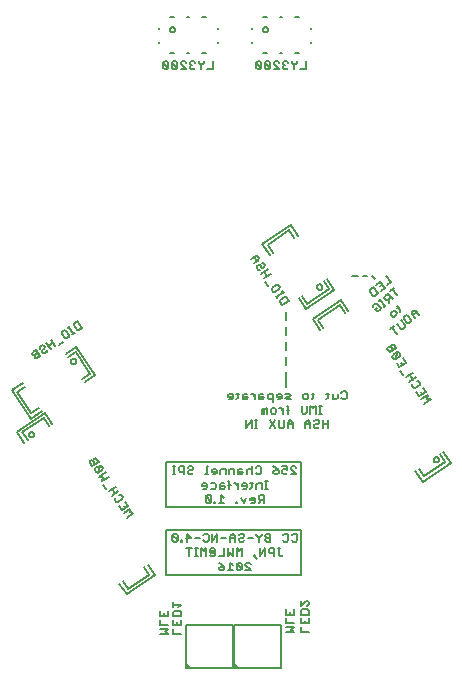
<source format=gbo>
G75*
%MOIN*%
%OFA0B0*%
%FSLAX24Y24*%
%IPPOS*%
%LPD*%
%AMOC8*
5,1,8,0,0,1.08239X$1,22.5*
%
%ADD10C,0.0060*%
%ADD11C,0.0080*%
%ADD12C,0.0050*%
D10*
X009657Y011289D02*
X009560Y011433D01*
X009528Y011558D02*
X009468Y011569D01*
X009419Y011641D01*
X009431Y011701D01*
X009327Y011778D02*
X009543Y011923D01*
X009575Y011798D02*
X009635Y011787D01*
X009683Y011715D01*
X009672Y011655D01*
X009528Y011558D01*
X009716Y011434D02*
X009764Y011362D01*
X009657Y011289D02*
X009872Y011435D01*
X009775Y011578D01*
X009940Y011334D02*
X009724Y011189D01*
X009821Y011045D02*
X010037Y011190D01*
X009917Y011214D01*
X009940Y011334D01*
X009435Y011850D02*
X009338Y011994D01*
X009230Y011922D02*
X009446Y012067D01*
X009126Y011998D02*
X009029Y012142D01*
X008997Y012266D02*
X009021Y012387D01*
X008900Y012410D01*
X009116Y012556D01*
X009012Y012632D02*
X009024Y012692D01*
X008976Y012764D01*
X008915Y012776D01*
X008869Y012535D01*
X008808Y012546D01*
X008760Y012618D01*
X008772Y012679D01*
X008915Y012776D01*
X008884Y012900D02*
X008811Y013008D01*
X008751Y013020D01*
X008715Y012996D01*
X008703Y012935D01*
X008776Y012828D01*
X008884Y012900D02*
X008668Y012755D01*
X008595Y012863D01*
X008607Y012923D01*
X008643Y012947D01*
X008703Y012935D01*
X009012Y012632D02*
X008869Y012535D01*
X008997Y012266D02*
X009213Y012412D01*
X011358Y012490D02*
X011445Y012490D01*
X011401Y012490D02*
X011401Y012750D01*
X011358Y012750D02*
X011445Y012750D01*
X011566Y012707D02*
X011566Y012620D01*
X011609Y012577D01*
X011739Y012577D01*
X011739Y012490D02*
X011739Y012750D01*
X011609Y012750D01*
X011566Y012707D01*
X011861Y012707D02*
X011904Y012750D01*
X011991Y012750D01*
X012034Y012707D01*
X012034Y012663D01*
X011991Y012620D01*
X011904Y012620D01*
X011861Y012577D01*
X011861Y012533D01*
X011904Y012490D01*
X011991Y012490D01*
X012034Y012533D01*
X012438Y012490D02*
X012525Y012490D01*
X012482Y012490D02*
X012482Y012750D01*
X012525Y012750D01*
X012646Y012620D02*
X012646Y012577D01*
X012820Y012577D01*
X012820Y012620D02*
X012776Y012663D01*
X012690Y012663D01*
X012646Y012620D01*
X012690Y012490D02*
X012776Y012490D01*
X012820Y012533D01*
X012820Y012620D01*
X012941Y012620D02*
X012941Y012490D01*
X012941Y012620D02*
X012984Y012663D01*
X013114Y012663D01*
X013114Y012490D01*
X013236Y012490D02*
X013236Y012620D01*
X013279Y012663D01*
X013409Y012663D01*
X013409Y012490D01*
X013530Y012490D02*
X013660Y012490D01*
X013704Y012533D01*
X013660Y012577D01*
X013530Y012577D01*
X013530Y012620D02*
X013530Y012490D01*
X013530Y012620D02*
X013574Y012663D01*
X013660Y012663D01*
X013825Y012620D02*
X013825Y012490D01*
X013825Y012620D02*
X013868Y012663D01*
X013955Y012663D01*
X013998Y012620D01*
X013998Y012750D02*
X013998Y012490D01*
X014120Y012533D02*
X014163Y012490D01*
X014250Y012490D01*
X014293Y012533D01*
X014293Y012707D01*
X014250Y012750D01*
X014163Y012750D01*
X014120Y012707D01*
X013980Y012227D02*
X013980Y012053D01*
X013936Y012010D01*
X013827Y012053D02*
X013827Y012140D01*
X013783Y012183D01*
X013696Y012183D01*
X013653Y012140D01*
X013653Y012097D01*
X013827Y012097D01*
X013827Y012053D02*
X013783Y012010D01*
X013696Y012010D01*
X013532Y012010D02*
X013532Y012183D01*
X013532Y012097D02*
X013445Y012183D01*
X013402Y012183D01*
X013286Y012140D02*
X013200Y012140D01*
X013243Y012227D02*
X013200Y012270D01*
X013243Y012227D02*
X013243Y012010D01*
X013090Y012053D02*
X013047Y012097D01*
X012916Y012097D01*
X012916Y012140D02*
X012916Y012010D01*
X013047Y012010D01*
X013090Y012053D01*
X013047Y012183D02*
X012960Y012183D01*
X012916Y012140D01*
X012795Y012140D02*
X012795Y012053D01*
X012752Y012010D01*
X012622Y012010D01*
X012501Y012053D02*
X012501Y012140D01*
X012457Y012183D01*
X012370Y012183D01*
X012327Y012140D01*
X012327Y012097D01*
X012501Y012097D01*
X012501Y012053D02*
X012457Y012010D01*
X012370Y012010D01*
X012493Y011790D02*
X012450Y011747D01*
X012623Y011573D01*
X012580Y011530D01*
X012493Y011530D01*
X012450Y011573D01*
X012450Y011747D01*
X012493Y011790D02*
X012580Y011790D01*
X012623Y011747D01*
X012623Y011573D01*
X012727Y011573D02*
X012727Y011530D01*
X012771Y011530D01*
X012771Y011573D01*
X012727Y011573D01*
X012892Y011530D02*
X013065Y011530D01*
X012979Y011530D02*
X012979Y011790D01*
X013065Y011703D01*
X013464Y011573D02*
X013464Y011530D01*
X013507Y011530D01*
X013507Y011573D01*
X013464Y011573D01*
X013628Y011703D02*
X013715Y011530D01*
X013802Y011703D01*
X013923Y011660D02*
X013923Y011617D01*
X014097Y011617D01*
X014097Y011660D02*
X014053Y011703D01*
X013967Y011703D01*
X013923Y011660D01*
X013967Y011530D02*
X014053Y011530D01*
X014097Y011573D01*
X014097Y011660D01*
X014218Y011660D02*
X014261Y011617D01*
X014391Y011617D01*
X014305Y011617D02*
X014218Y011530D01*
X014218Y011660D02*
X014218Y011747D01*
X014261Y011790D01*
X014391Y011790D01*
X014391Y011530D01*
X014427Y012010D02*
X014514Y012010D01*
X014471Y012010D02*
X014471Y012270D01*
X014514Y012270D02*
X014427Y012270D01*
X014318Y012183D02*
X014188Y012183D01*
X014144Y012140D01*
X014144Y012010D01*
X014318Y012010D02*
X014318Y012183D01*
X014023Y012183D02*
X013936Y012183D01*
X014709Y012533D02*
X014709Y012577D01*
X014752Y012620D01*
X014882Y012620D01*
X014882Y012533D01*
X014839Y012490D01*
X014752Y012490D01*
X014709Y012533D01*
X014882Y012620D02*
X014796Y012707D01*
X014709Y012750D01*
X015004Y012750D02*
X015177Y012750D01*
X015177Y012620D01*
X015090Y012663D01*
X015047Y012663D01*
X015004Y012620D01*
X015004Y012533D01*
X015047Y012490D01*
X015134Y012490D01*
X015177Y012533D01*
X015298Y012490D02*
X015472Y012490D01*
X015298Y012663D01*
X015298Y012707D01*
X015342Y012750D01*
X015428Y012750D01*
X015472Y012707D01*
X015356Y014030D02*
X015356Y014203D01*
X015269Y014290D01*
X015182Y014203D01*
X015182Y014030D01*
X015061Y014073D02*
X015018Y014030D01*
X014931Y014030D01*
X014887Y014073D01*
X014887Y014290D01*
X014766Y014290D02*
X014593Y014030D01*
X014766Y014030D02*
X014593Y014290D01*
X014661Y014510D02*
X014617Y014553D01*
X014617Y014640D01*
X014661Y014683D01*
X014747Y014683D01*
X014791Y014640D01*
X014791Y014553D01*
X014747Y014510D01*
X014661Y014510D01*
X014496Y014510D02*
X014496Y014683D01*
X014453Y014683D01*
X014409Y014640D01*
X014366Y014683D01*
X014323Y014640D01*
X014323Y014510D01*
X014409Y014510D02*
X014409Y014640D01*
X014355Y014990D02*
X014398Y015033D01*
X014355Y015077D01*
X014224Y015077D01*
X014224Y015120D02*
X014224Y014990D01*
X014355Y014990D01*
X014519Y015033D02*
X014562Y014990D01*
X014693Y014990D01*
X014693Y014903D02*
X014693Y015163D01*
X014562Y015163D01*
X014519Y015120D01*
X014519Y015033D01*
X014355Y015163D02*
X014268Y015163D01*
X014224Y015120D01*
X014103Y015077D02*
X014017Y015163D01*
X013973Y015163D01*
X014103Y015163D02*
X014103Y014990D01*
X013858Y015033D02*
X013814Y015077D01*
X013684Y015077D01*
X013684Y015120D02*
X013684Y014990D01*
X013814Y014990D01*
X013858Y015033D01*
X013814Y015163D02*
X013728Y015163D01*
X013684Y015120D01*
X013563Y015163D02*
X013476Y015163D01*
X013520Y015207D02*
X013520Y015033D01*
X013476Y014990D01*
X013367Y015033D02*
X013367Y015120D01*
X013323Y015163D01*
X013237Y015163D01*
X013193Y015120D01*
X013193Y015077D01*
X013367Y015077D01*
X013367Y015033D02*
X013323Y014990D01*
X013237Y014990D01*
X013807Y014290D02*
X013807Y014030D01*
X013980Y014290D01*
X013980Y014030D01*
X014090Y014030D02*
X014177Y014030D01*
X014134Y014030D02*
X014134Y014290D01*
X014177Y014290D02*
X014090Y014290D01*
X014906Y014683D02*
X014950Y014683D01*
X015036Y014597D01*
X015036Y014683D02*
X015036Y014510D01*
X015189Y014510D02*
X015189Y014727D01*
X015146Y014770D01*
X015146Y014640D02*
X015233Y014640D01*
X015282Y014990D02*
X015152Y014990D01*
X015108Y015033D01*
X015152Y015077D01*
X015239Y015077D01*
X015282Y015120D01*
X015239Y015163D01*
X015108Y015163D01*
X014987Y015120D02*
X014944Y015163D01*
X014857Y015163D01*
X014814Y015120D01*
X014814Y015077D01*
X014987Y015077D01*
X014987Y015120D02*
X014987Y015033D01*
X014944Y014990D01*
X014857Y014990D01*
X015061Y014290D02*
X015061Y014073D01*
X015182Y014160D02*
X015356Y014160D01*
X015771Y014160D02*
X015945Y014160D01*
X015945Y014203D02*
X015858Y014290D01*
X015771Y014203D01*
X015771Y014030D01*
X015945Y014030D02*
X015945Y014203D01*
X016066Y014247D02*
X016109Y014290D01*
X016196Y014290D01*
X016239Y014247D01*
X016239Y014203D01*
X016196Y014160D01*
X016109Y014160D01*
X016066Y014117D01*
X016066Y014073D01*
X016109Y014030D01*
X016196Y014030D01*
X016239Y014073D01*
X016361Y014030D02*
X016361Y014290D01*
X016361Y014160D02*
X016534Y014160D01*
X016534Y014030D02*
X016534Y014290D01*
X016313Y014510D02*
X016226Y014510D01*
X016270Y014510D02*
X016270Y014770D01*
X016313Y014770D02*
X016226Y014770D01*
X016117Y014770D02*
X016030Y014683D01*
X015943Y014770D01*
X015943Y014510D01*
X015822Y014553D02*
X015779Y014510D01*
X015692Y014510D01*
X015649Y014553D01*
X015649Y014770D01*
X015822Y014770D02*
X015822Y014553D01*
X016117Y014510D02*
X016117Y014770D01*
X015981Y014990D02*
X016024Y015033D01*
X016024Y015207D01*
X015981Y015163D02*
X016068Y015163D01*
X015871Y015120D02*
X015871Y015033D01*
X015828Y014990D01*
X015741Y014990D01*
X015698Y015033D01*
X015698Y015120D01*
X015741Y015163D01*
X015828Y015163D01*
X015871Y015120D01*
X016472Y015163D02*
X016559Y015163D01*
X016515Y015207D02*
X016515Y015033D01*
X016472Y014990D01*
X016680Y014990D02*
X016680Y015163D01*
X016680Y014990D02*
X016810Y014990D01*
X016853Y015033D01*
X016853Y015163D01*
X016975Y015207D02*
X017018Y015250D01*
X017105Y015250D01*
X017148Y015207D01*
X017148Y015033D01*
X017105Y014990D01*
X017018Y014990D01*
X016975Y015033D01*
X018723Y016339D02*
X018783Y016327D01*
X018830Y016568D01*
X018686Y016471D01*
X018674Y016411D01*
X018723Y016339D01*
X018783Y016327D02*
X018927Y016424D01*
X018938Y016484D01*
X018890Y016556D01*
X018830Y016568D01*
X018798Y016693D02*
X018725Y016801D01*
X018665Y016812D01*
X018629Y016788D01*
X018617Y016728D01*
X018690Y016620D01*
X018617Y016728D02*
X018557Y016739D01*
X018521Y016715D01*
X018509Y016655D01*
X018582Y016547D01*
X018798Y016693D01*
X019030Y016348D02*
X019127Y016204D01*
X018912Y016059D01*
X018815Y016202D01*
X018971Y016203D02*
X019020Y016131D01*
X018944Y015934D02*
X019041Y015790D01*
X019144Y015714D02*
X019360Y015859D01*
X019252Y015787D02*
X019349Y015643D01*
X019241Y015570D02*
X019457Y015716D01*
X019489Y015591D02*
X019549Y015579D01*
X019598Y015507D01*
X019586Y015447D01*
X019442Y015350D01*
X019382Y015362D01*
X019333Y015434D01*
X019345Y015494D01*
X019474Y015225D02*
X019571Y015081D01*
X019787Y015227D01*
X019690Y015371D01*
X019630Y015226D02*
X019679Y015154D01*
X019854Y015127D02*
X019639Y014981D01*
X019736Y014837D02*
X019951Y014983D01*
X019831Y015006D01*
X019854Y015127D01*
X018821Y017174D02*
X018654Y017374D01*
X018720Y017430D02*
X018588Y017318D01*
X018813Y017507D02*
X018953Y017341D01*
X019014Y017336D01*
X019080Y017392D01*
X019086Y017453D01*
X018946Y017619D01*
X019067Y017664D02*
X019072Y017725D01*
X019139Y017780D01*
X019200Y017775D01*
X019311Y017642D01*
X019306Y017581D01*
X019239Y017525D01*
X019178Y017531D01*
X019067Y017664D01*
X018927Y017889D02*
X018932Y017950D01*
X018820Y018083D01*
X018881Y018078D02*
X018815Y018022D01*
X018759Y017919D02*
X018815Y017852D01*
X018809Y017791D01*
X018743Y017735D01*
X018682Y017741D01*
X018626Y017807D01*
X018631Y017868D01*
X018698Y017924D01*
X018759Y017919D01*
X018552Y018201D02*
X018562Y018323D01*
X018529Y018296D02*
X018629Y018379D01*
X018684Y018313D02*
X018517Y018512D01*
X018417Y018429D01*
X018412Y018367D01*
X018468Y018301D01*
X018529Y018296D01*
X018459Y018123D02*
X018392Y018068D01*
X018425Y018096D02*
X018258Y018295D01*
X018291Y018323D02*
X018225Y018267D01*
X018169Y018163D02*
X018280Y018030D01*
X018275Y017969D01*
X018209Y017914D01*
X018147Y017919D01*
X018092Y017985D01*
X018158Y018041D01*
X018036Y018052D02*
X018041Y018113D01*
X018108Y018169D01*
X018169Y018163D01*
X018088Y018439D02*
X018027Y018444D01*
X017915Y018577D01*
X017921Y018638D01*
X018021Y018722D01*
X018188Y018523D01*
X018088Y018439D01*
X018281Y018601D02*
X018413Y018712D01*
X018246Y018911D01*
X018113Y018800D01*
X018263Y018756D02*
X018330Y018812D01*
X018506Y018790D02*
X018639Y018901D01*
X018472Y019101D01*
X018743Y018702D02*
X018610Y018590D01*
X018676Y018646D02*
X018844Y018446D01*
X019331Y017942D02*
X019320Y017820D01*
X019432Y017687D01*
X019348Y017787D02*
X019481Y017898D01*
X019453Y017931D02*
X019331Y017942D01*
X019453Y017931D02*
X019565Y017798D01*
X015217Y018274D02*
X015145Y018382D01*
X015084Y018394D01*
X014940Y018297D01*
X014929Y018237D01*
X015002Y018129D01*
X015217Y018274D01*
X015053Y018519D02*
X015004Y018590D01*
X015028Y018555D02*
X014813Y018409D01*
X014837Y018373D02*
X014788Y018445D01*
X014763Y018560D02*
X014703Y018572D01*
X014654Y018644D01*
X014666Y018704D01*
X014810Y018801D01*
X014870Y018789D01*
X014918Y018717D01*
X014907Y018657D01*
X014763Y018560D01*
X014526Y018756D02*
X014429Y018900D01*
X014397Y019024D02*
X014613Y019170D01*
X014505Y019097D02*
X014408Y019241D01*
X014376Y019366D02*
X014316Y019377D01*
X014268Y019449D01*
X014208Y019461D01*
X014172Y019437D01*
X014160Y019377D01*
X014208Y019305D01*
X014269Y019293D01*
X014300Y019168D02*
X014516Y019314D01*
X014412Y019390D02*
X014376Y019366D01*
X014412Y019390D02*
X014424Y019450D01*
X014376Y019522D01*
X014315Y019534D01*
X014212Y019610D02*
X014235Y019730D01*
X014115Y019754D01*
X013971Y019657D01*
X014079Y019730D02*
X014176Y019586D01*
X014212Y019610D02*
X014068Y019513D01*
X014181Y025990D02*
X014268Y025990D01*
X014311Y026033D01*
X014138Y026206D01*
X014138Y026033D01*
X014181Y025990D01*
X014311Y026033D02*
X014311Y026206D01*
X014268Y026250D01*
X014181Y026250D01*
X014138Y026206D01*
X014432Y026206D02*
X014432Y026033D01*
X014476Y025990D01*
X014562Y025990D01*
X014606Y026033D01*
X014432Y026206D01*
X014476Y026250D01*
X014562Y026250D01*
X014606Y026206D01*
X014606Y026033D01*
X014727Y025990D02*
X014900Y025990D01*
X014727Y026163D01*
X014727Y026206D01*
X014770Y026250D01*
X014857Y026250D01*
X014900Y026206D01*
X015022Y026206D02*
X015022Y026163D01*
X015065Y026120D01*
X015022Y026076D01*
X015022Y026033D01*
X015065Y025990D01*
X015152Y025990D01*
X015195Y026033D01*
X015108Y026120D02*
X015065Y026120D01*
X015022Y026206D02*
X015065Y026250D01*
X015152Y026250D01*
X015195Y026206D01*
X015316Y026206D02*
X015316Y026250D01*
X015316Y026206D02*
X015403Y026120D01*
X015403Y025990D01*
X015403Y026120D02*
X015490Y026206D01*
X015490Y026250D01*
X015611Y025990D02*
X015784Y025990D01*
X015784Y026250D01*
X012684Y026250D02*
X012684Y025990D01*
X012511Y025990D01*
X012303Y025990D02*
X012303Y026120D01*
X012216Y026206D01*
X012216Y026250D01*
X012095Y026206D02*
X012052Y026250D01*
X011965Y026250D01*
X011922Y026206D01*
X011922Y026163D01*
X011965Y026120D01*
X011922Y026076D01*
X011922Y026033D01*
X011965Y025990D01*
X012052Y025990D01*
X012095Y026033D01*
X012008Y026120D02*
X011965Y026120D01*
X011800Y026206D02*
X011757Y026250D01*
X011670Y026250D01*
X011627Y026206D01*
X011627Y026163D01*
X011800Y025990D01*
X011627Y025990D01*
X011506Y026033D02*
X011332Y026206D01*
X011332Y026033D01*
X011376Y025990D01*
X011462Y025990D01*
X011506Y026033D01*
X011506Y026206D01*
X011462Y026250D01*
X011376Y026250D01*
X011332Y026206D01*
X011211Y026206D02*
X011211Y026033D01*
X011038Y026206D01*
X011038Y026033D01*
X011081Y025990D01*
X011168Y025990D01*
X011211Y026033D01*
X011211Y026206D02*
X011168Y026250D01*
X011081Y026250D01*
X011038Y026206D01*
X012303Y026120D02*
X012390Y026206D01*
X012390Y026250D01*
X008179Y017579D02*
X008071Y017506D01*
X008060Y017446D01*
X008157Y017302D01*
X008217Y017291D01*
X008325Y017363D01*
X008179Y017579D01*
X007935Y017414D02*
X007863Y017366D01*
X007899Y017390D02*
X008044Y017174D01*
X008009Y017150D02*
X008080Y017199D01*
X007893Y017125D02*
X007882Y017065D01*
X007810Y017016D01*
X007750Y017028D01*
X007653Y017172D01*
X007664Y017232D01*
X007736Y017280D01*
X007796Y017269D01*
X007893Y017125D01*
X007698Y016888D02*
X007554Y016791D01*
X007429Y016759D02*
X007284Y016975D01*
X007356Y016867D02*
X007212Y016770D01*
X007088Y016738D02*
X007076Y016678D01*
X007004Y016630D01*
X006992Y016569D01*
X007017Y016533D01*
X007077Y016522D01*
X007149Y016570D01*
X007161Y016630D01*
X007285Y016662D02*
X007140Y016878D01*
X007064Y016774D02*
X007088Y016738D01*
X007064Y016774D02*
X007003Y016786D01*
X006931Y016737D01*
X006920Y016677D01*
X006795Y016645D02*
X006687Y016573D01*
X006675Y016512D01*
X006700Y016477D01*
X006760Y016465D01*
X006868Y016538D01*
X006940Y016430D02*
X006795Y016645D01*
X006760Y016465D02*
X006748Y016405D01*
X006772Y016369D01*
X006833Y016357D01*
X006940Y016430D01*
X011388Y010500D02*
X011345Y010457D01*
X011518Y010283D01*
X011475Y010240D01*
X011388Y010240D01*
X011345Y010283D01*
X011345Y010457D01*
X011388Y010500D02*
X011475Y010500D01*
X011518Y010457D01*
X011518Y010283D01*
X011622Y010283D02*
X011622Y010240D01*
X011666Y010240D01*
X011666Y010283D01*
X011622Y010283D01*
X011787Y010370D02*
X011960Y010370D01*
X011830Y010500D01*
X011830Y010240D01*
X011811Y010020D02*
X011985Y010020D01*
X011898Y010020D02*
X011898Y009760D01*
X012095Y009760D02*
X012181Y009760D01*
X012138Y009760D02*
X012138Y010020D01*
X012181Y010020D02*
X012095Y010020D01*
X012303Y010020D02*
X012303Y009760D01*
X012476Y009760D02*
X012476Y010020D01*
X012389Y009933D01*
X012303Y010020D01*
X012420Y010240D02*
X012376Y010283D01*
X012420Y010240D02*
X012506Y010240D01*
X012550Y010283D01*
X012550Y010457D01*
X012506Y010500D01*
X012420Y010500D01*
X012376Y010457D01*
X012255Y010370D02*
X012082Y010370D01*
X012671Y010240D02*
X012671Y010500D01*
X012844Y010500D02*
X012671Y010240D01*
X012844Y010240D02*
X012844Y010500D01*
X012966Y010370D02*
X013139Y010370D01*
X013260Y010370D02*
X013434Y010370D01*
X013434Y010413D02*
X013347Y010500D01*
X013260Y010413D01*
X013260Y010240D01*
X013434Y010240D02*
X013434Y010413D01*
X013555Y010457D02*
X013598Y010500D01*
X013685Y010500D01*
X013728Y010457D01*
X013728Y010413D01*
X013685Y010370D01*
X013598Y010370D01*
X013555Y010327D01*
X013555Y010283D01*
X013598Y010240D01*
X013685Y010240D01*
X013728Y010283D01*
X013849Y010370D02*
X014023Y010370D01*
X014144Y010457D02*
X014144Y010500D01*
X014144Y010457D02*
X014231Y010370D01*
X014231Y010240D01*
X014231Y010370D02*
X014318Y010457D01*
X014318Y010500D01*
X014439Y010457D02*
X014439Y010413D01*
X014482Y010370D01*
X014612Y010370D01*
X014482Y010370D02*
X014439Y010327D01*
X014439Y010283D01*
X014482Y010240D01*
X014612Y010240D01*
X014612Y010500D01*
X014482Y010500D01*
X014439Y010457D01*
X014440Y010020D02*
X014267Y009760D01*
X014267Y010020D01*
X014440Y010020D02*
X014440Y009760D01*
X014562Y009890D02*
X014605Y009847D01*
X014735Y009847D01*
X014735Y009760D02*
X014735Y010020D01*
X014605Y010020D01*
X014562Y009977D01*
X014562Y009890D01*
X014856Y010020D02*
X014943Y010020D01*
X014900Y010020D02*
X014900Y009803D01*
X014943Y009760D01*
X014986Y009760D01*
X015030Y009803D01*
X015071Y010240D02*
X015028Y010283D01*
X015071Y010240D02*
X015158Y010240D01*
X015202Y010283D01*
X015202Y010457D01*
X015158Y010500D01*
X015071Y010500D01*
X015028Y010457D01*
X015323Y010457D02*
X015366Y010500D01*
X015453Y010500D01*
X015496Y010457D01*
X015496Y010283D01*
X015453Y010240D01*
X015366Y010240D01*
X015323Y010283D01*
X014102Y009803D02*
X014102Y009760D01*
X014059Y009760D01*
X014059Y009803D01*
X014102Y009803D01*
X014059Y009760D02*
X014146Y009673D01*
X013949Y009497D02*
X013906Y009540D01*
X013819Y009540D01*
X013776Y009497D01*
X013776Y009453D01*
X013949Y009280D01*
X013776Y009280D01*
X013655Y009323D02*
X013481Y009497D01*
X013481Y009323D01*
X013525Y009280D01*
X013611Y009280D01*
X013655Y009323D01*
X013655Y009497D01*
X013611Y009540D01*
X013525Y009540D01*
X013481Y009497D01*
X013360Y009453D02*
X013273Y009540D01*
X013273Y009280D01*
X013187Y009280D02*
X013360Y009280D01*
X013065Y009323D02*
X013022Y009280D01*
X012935Y009280D01*
X012892Y009323D01*
X012892Y009367D01*
X012935Y009410D01*
X013065Y009410D01*
X013065Y009323D01*
X013065Y009410D02*
X012979Y009497D01*
X012892Y009540D01*
X012892Y009760D02*
X013065Y009760D01*
X013065Y010020D01*
X013187Y010020D02*
X013187Y009760D01*
X013273Y009847D01*
X013360Y009760D01*
X013360Y010020D01*
X013481Y010020D02*
X013481Y009760D01*
X013655Y009760D02*
X013655Y010020D01*
X013568Y009933D01*
X013481Y010020D01*
X012771Y009977D02*
X012771Y009803D01*
X012727Y009760D01*
X012641Y009760D01*
X012597Y009803D01*
X012641Y009847D02*
X012641Y009933D01*
X012727Y009933D01*
X012727Y009847D01*
X012641Y009847D01*
X012597Y009890D01*
X012597Y009977D01*
X012641Y010020D01*
X012727Y010020D01*
X012771Y009977D01*
X011630Y008141D02*
X011370Y008141D01*
X011370Y008227D02*
X011370Y008054D01*
X011413Y007933D02*
X011587Y007933D01*
X011630Y007889D01*
X011630Y007759D01*
X011370Y007759D01*
X011370Y007889D01*
X011413Y007933D01*
X011543Y008054D02*
X011630Y008141D01*
X011630Y007638D02*
X011630Y007465D01*
X011370Y007465D01*
X011370Y007638D01*
X011500Y007551D02*
X011500Y007465D01*
X011370Y007343D02*
X011370Y007170D01*
X011630Y007170D01*
X011180Y007170D02*
X011093Y007257D01*
X011180Y007343D01*
X010920Y007343D01*
X010920Y007465D02*
X010920Y007638D01*
X010920Y007759D02*
X010920Y007933D01*
X011050Y007846D02*
X011050Y007759D01*
X011180Y007759D02*
X010920Y007759D01*
X011180Y007759D02*
X011180Y007933D01*
X011180Y007465D02*
X010920Y007465D01*
X010920Y007170D02*
X011180Y007170D01*
X015120Y007220D02*
X015380Y007220D01*
X015293Y007307D01*
X015380Y007393D01*
X015120Y007393D01*
X015120Y007515D02*
X015120Y007688D01*
X015120Y007809D02*
X015120Y007983D01*
X015250Y007896D02*
X015250Y007809D01*
X015380Y007809D02*
X015120Y007809D01*
X015380Y007809D02*
X015380Y007983D01*
X015620Y007939D02*
X015663Y007983D01*
X015837Y007983D01*
X015880Y007939D01*
X015880Y007809D01*
X015620Y007809D01*
X015620Y007939D01*
X015620Y008104D02*
X015793Y008277D01*
X015837Y008277D01*
X015880Y008234D01*
X015880Y008147D01*
X015837Y008104D01*
X015620Y008104D02*
X015620Y008277D01*
X015620Y007688D02*
X015620Y007515D01*
X015880Y007515D01*
X015880Y007688D01*
X015750Y007601D02*
X015750Y007515D01*
X015620Y007393D02*
X015620Y007220D01*
X015880Y007220D01*
X015380Y007515D02*
X015120Y007515D01*
X012795Y012140D02*
X012752Y012183D01*
X012622Y012183D01*
D11*
X011140Y012890D02*
X011140Y011390D01*
X015640Y011390D01*
X015640Y012890D01*
X011140Y012890D01*
X011140Y010640D02*
X015640Y010640D01*
X015640Y009140D01*
X011140Y009140D01*
X011140Y010640D01*
X015140Y015390D02*
X015140Y015890D01*
X015140Y016140D02*
X015140Y016390D01*
X015140Y016640D02*
X015140Y016890D01*
X015140Y017140D02*
X015140Y017390D01*
X015140Y017640D02*
X015140Y017890D01*
X017340Y019090D02*
X017540Y019090D01*
X017690Y019090D02*
X017840Y019090D01*
X017990Y019090D02*
X018090Y018990D01*
D12*
X009573Y008844D02*
X009815Y008485D01*
X010755Y009119D01*
X010513Y009478D01*
X010402Y009403D02*
X010578Y009142D01*
X009860Y008657D01*
X009684Y008918D01*
X011803Y007449D02*
X013377Y007449D01*
X013377Y006031D01*
X011921Y006031D01*
X011842Y006031D01*
X011842Y006071D01*
X011842Y006031D02*
X011803Y006031D01*
X011803Y006149D01*
X011921Y006031D01*
X011803Y006149D02*
X011803Y007449D01*
X013403Y007449D02*
X013403Y006149D01*
X013521Y006031D01*
X013442Y006031D01*
X013442Y006071D01*
X013442Y006031D02*
X013403Y006031D01*
X013403Y006149D01*
X013521Y006031D02*
X014977Y006031D01*
X014977Y007449D01*
X013403Y007449D01*
X019680Y012243D02*
X019437Y012602D01*
X019548Y012677D02*
X019724Y012416D01*
X020443Y012900D01*
X020266Y013162D01*
X020377Y013236D02*
X020620Y012877D01*
X019680Y012243D01*
X020048Y012968D02*
X020050Y012987D01*
X020056Y013004D01*
X020065Y013020D01*
X020077Y013034D01*
X020092Y013045D01*
X020109Y013053D01*
X020128Y013057D01*
X020146Y013057D01*
X020165Y013053D01*
X020181Y013045D01*
X020197Y013034D01*
X020209Y013020D01*
X020218Y013004D01*
X020224Y012987D01*
X020226Y012968D01*
X020224Y012949D01*
X020218Y012932D01*
X020209Y012916D01*
X020197Y012902D01*
X020182Y012891D01*
X020165Y012883D01*
X020146Y012879D01*
X020128Y012879D01*
X020109Y012883D01*
X020093Y012891D01*
X020077Y012902D01*
X020065Y012916D01*
X020056Y012932D01*
X020050Y012949D01*
X020048Y012968D01*
X016378Y017377D02*
X016202Y017638D01*
X016920Y018123D01*
X017096Y017862D01*
X017207Y017936D02*
X016965Y018295D01*
X016025Y017661D01*
X016267Y017302D01*
X015794Y018004D02*
X015552Y018363D01*
X015663Y018438D02*
X015839Y018177D01*
X016557Y018661D01*
X016381Y018922D01*
X016492Y018997D02*
X016734Y018638D01*
X015794Y018004D01*
X016163Y018729D02*
X016165Y018748D01*
X016171Y018765D01*
X016180Y018781D01*
X016192Y018795D01*
X016207Y018806D01*
X016224Y018814D01*
X016243Y018818D01*
X016261Y018818D01*
X016280Y018814D01*
X016296Y018806D01*
X016312Y018795D01*
X016324Y018781D01*
X016333Y018765D01*
X016339Y018748D01*
X016341Y018729D01*
X016339Y018710D01*
X016333Y018693D01*
X016324Y018677D01*
X016312Y018663D01*
X016297Y018652D01*
X016280Y018644D01*
X016261Y018640D01*
X016243Y018640D01*
X016224Y018644D01*
X016208Y018652D01*
X016192Y018663D01*
X016180Y018677D01*
X016171Y018693D01*
X016165Y018710D01*
X016163Y018729D01*
X015412Y020358D02*
X015236Y020619D01*
X014518Y020135D01*
X014694Y019874D01*
X014583Y019799D02*
X014341Y020158D01*
X015281Y020792D01*
X015523Y020433D01*
X015437Y026521D02*
X015555Y026521D01*
X015949Y026856D02*
X015949Y026895D01*
X015949Y027328D02*
X015949Y027368D01*
X015555Y027722D02*
X015437Y027722D01*
X015004Y027722D02*
X014925Y027722D01*
X014492Y027722D02*
X014374Y027722D01*
X013981Y027368D02*
X013981Y027328D01*
X013981Y026895D02*
X013981Y026856D01*
X014374Y026521D02*
X014492Y026521D01*
X014925Y026521D02*
X015004Y026521D01*
X014365Y027308D02*
X014367Y027326D01*
X014373Y027344D01*
X014382Y027360D01*
X014394Y027373D01*
X014409Y027384D01*
X014426Y027392D01*
X014444Y027396D01*
X014462Y027396D01*
X014480Y027392D01*
X014497Y027384D01*
X014512Y027373D01*
X014524Y027360D01*
X014533Y027344D01*
X014539Y027326D01*
X014541Y027308D01*
X014539Y027290D01*
X014533Y027272D01*
X014524Y027256D01*
X014512Y027243D01*
X014497Y027232D01*
X014480Y027224D01*
X014462Y027220D01*
X014444Y027220D01*
X014426Y027224D01*
X014409Y027232D01*
X014394Y027243D01*
X014382Y027256D01*
X014373Y027272D01*
X014367Y027290D01*
X014365Y027308D01*
X012849Y027328D02*
X012849Y027368D01*
X012455Y027722D02*
X012337Y027722D01*
X011904Y027722D02*
X011825Y027722D01*
X011392Y027722D02*
X011274Y027722D01*
X011265Y027308D02*
X011267Y027326D01*
X011273Y027344D01*
X011282Y027360D01*
X011294Y027373D01*
X011309Y027384D01*
X011326Y027392D01*
X011344Y027396D01*
X011362Y027396D01*
X011380Y027392D01*
X011397Y027384D01*
X011412Y027373D01*
X011424Y027360D01*
X011433Y027344D01*
X011439Y027326D01*
X011441Y027308D01*
X011439Y027290D01*
X011433Y027272D01*
X011424Y027256D01*
X011412Y027243D01*
X011397Y027232D01*
X011380Y027224D01*
X011362Y027220D01*
X011344Y027220D01*
X011326Y027224D01*
X011309Y027232D01*
X011294Y027243D01*
X011282Y027256D01*
X011273Y027272D01*
X011267Y027290D01*
X011265Y027308D01*
X010881Y027328D02*
X010881Y027368D01*
X010881Y026895D02*
X010881Y026856D01*
X011274Y026521D02*
X011392Y026521D01*
X011825Y026521D02*
X011904Y026521D01*
X012337Y026521D02*
X012455Y026521D01*
X012849Y026856D02*
X012849Y026895D01*
X008142Y016734D02*
X007783Y016492D01*
X007858Y016381D02*
X008119Y016557D01*
X008603Y015839D01*
X008342Y015663D01*
X008417Y015552D02*
X008776Y015794D01*
X008142Y016734D01*
X007962Y016252D02*
X007964Y016271D01*
X007970Y016288D01*
X007979Y016304D01*
X007991Y016318D01*
X008006Y016329D01*
X008023Y016337D01*
X008042Y016341D01*
X008060Y016341D01*
X008079Y016337D01*
X008095Y016329D01*
X008111Y016318D01*
X008123Y016304D01*
X008132Y016288D01*
X008138Y016271D01*
X008140Y016252D01*
X008138Y016233D01*
X008132Y016216D01*
X008123Y016200D01*
X008111Y016186D01*
X008096Y016175D01*
X008079Y016167D01*
X008060Y016163D01*
X008042Y016163D01*
X008023Y016167D01*
X008007Y016175D01*
X007991Y016186D01*
X007979Y016200D01*
X007970Y016216D01*
X007964Y016233D01*
X007962Y016252D01*
X006906Y014694D02*
X006645Y014518D01*
X006161Y015236D01*
X006422Y015412D01*
X006347Y015523D02*
X005988Y015281D01*
X006622Y014341D01*
X006981Y014583D01*
X007100Y014537D02*
X007343Y014178D01*
X007232Y014103D02*
X007056Y014364D01*
X006337Y013880D01*
X006514Y013618D01*
X006403Y013544D02*
X006160Y013903D01*
X007100Y014537D01*
X006554Y013812D02*
X006556Y013831D01*
X006562Y013848D01*
X006571Y013864D01*
X006583Y013878D01*
X006598Y013889D01*
X006615Y013897D01*
X006634Y013901D01*
X006652Y013901D01*
X006671Y013897D01*
X006687Y013889D01*
X006703Y013878D01*
X006715Y013864D01*
X006724Y013848D01*
X006730Y013831D01*
X006732Y013812D01*
X006730Y013793D01*
X006724Y013776D01*
X006715Y013760D01*
X006703Y013746D01*
X006688Y013735D01*
X006671Y013727D01*
X006652Y013723D01*
X006634Y013723D01*
X006615Y013727D01*
X006599Y013735D01*
X006583Y013746D01*
X006571Y013760D01*
X006562Y013776D01*
X006556Y013793D01*
X006554Y013812D01*
M02*

</source>
